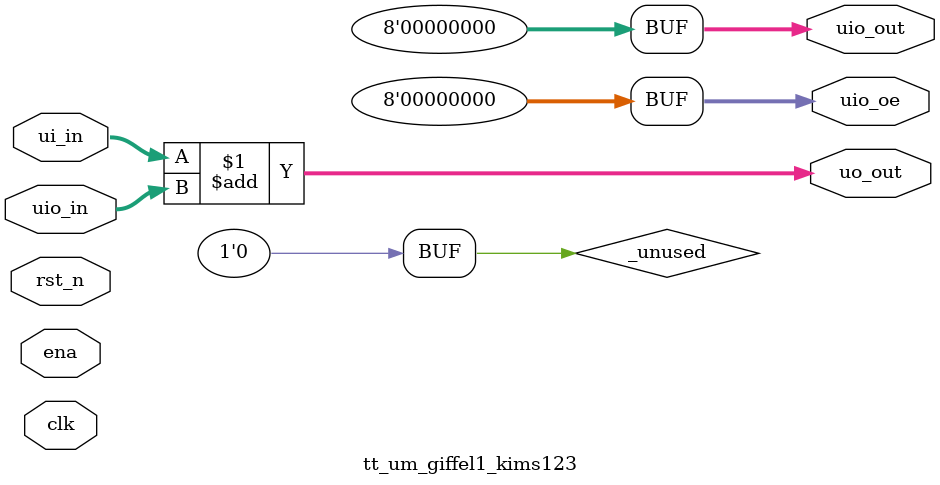
<source format=v>
/*
 * Copyright (c) 2024 Your Name
 * SPDX-License-Identifier: Apache-2.0
 */

`default_nettype none

module tt_um_giffel1_kims123 (
    input  wire [7:0] ui_in,    // Dedicated inputs
    output wire [7:0] uo_out,   // Dedicated outputs
    input  wire [7:0] uio_in,   // IOs: Input path
    output wire [7:0] uio_out,  // IOs: Output path
    output wire [7:0] uio_oe,   // IOs: Enable path (active high: 0=input, 1=output)
    input  wire       ena,      // always 1 when the design is powered, so you can ignore it
    input  wire       clk,      // clock
    input  wire       rst_n     // reset_n - low to reset
);

  // All output pins must be assigned. If not used, assign to 0.
  assign uo_out  = ui_in + uio_in;  // Example: ou_out is the sum of ui_in and uio_in
  assign uio_out = 0;
  assign uio_oe  = 0;

  // List all unused inputs to prevent warnings
  wire _unused = &{ena, clk, rst_n, 1'b0};

endmodule

</source>
